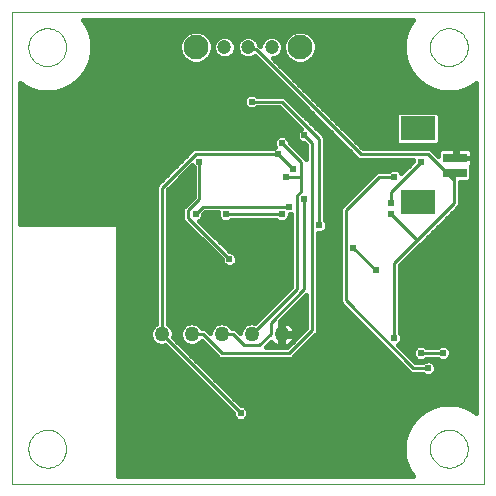
<source format=gbl>
G75*
%MOIN*%
%OFA0B0*%
%FSLAX24Y24*%
%IPPOS*%
%LPD*%
%AMOC8*
5,1,8,0,0,1.08239X$1,22.5*
%
%ADD10C,0.0000*%
%ADD11C,0.0472*%
%ADD12C,0.0827*%
%ADD13C,0.0500*%
%ADD14R,0.0787X0.0315*%
%ADD15R,0.1181X0.0827*%
%ADD16C,0.0100*%
%ADD17C,0.0240*%
%ADD18C,0.0160*%
D10*
X001361Y001361D02*
X001361Y017109D01*
X017109Y017109D01*
X017109Y001361D01*
X001361Y001361D01*
X001912Y002542D02*
X001914Y002592D01*
X001920Y002642D01*
X001930Y002691D01*
X001944Y002739D01*
X001961Y002786D01*
X001982Y002831D01*
X002007Y002875D01*
X002035Y002916D01*
X002067Y002955D01*
X002101Y002992D01*
X002138Y003026D01*
X002178Y003056D01*
X002220Y003083D01*
X002264Y003107D01*
X002310Y003128D01*
X002357Y003144D01*
X002405Y003157D01*
X002455Y003166D01*
X002504Y003171D01*
X002555Y003172D01*
X002605Y003169D01*
X002654Y003162D01*
X002703Y003151D01*
X002751Y003136D01*
X002797Y003118D01*
X002842Y003096D01*
X002885Y003070D01*
X002926Y003041D01*
X002965Y003009D01*
X003001Y002974D01*
X003033Y002936D01*
X003063Y002896D01*
X003090Y002853D01*
X003113Y002809D01*
X003132Y002763D01*
X003148Y002715D01*
X003160Y002666D01*
X003168Y002617D01*
X003172Y002567D01*
X003172Y002517D01*
X003168Y002467D01*
X003160Y002418D01*
X003148Y002369D01*
X003132Y002321D01*
X003113Y002275D01*
X003090Y002231D01*
X003063Y002188D01*
X003033Y002148D01*
X003001Y002110D01*
X002965Y002075D01*
X002926Y002043D01*
X002885Y002014D01*
X002842Y001988D01*
X002797Y001966D01*
X002751Y001948D01*
X002703Y001933D01*
X002654Y001922D01*
X002605Y001915D01*
X002555Y001912D01*
X002504Y001913D01*
X002455Y001918D01*
X002405Y001927D01*
X002357Y001940D01*
X002310Y001956D01*
X002264Y001977D01*
X002220Y002001D01*
X002178Y002028D01*
X002138Y002058D01*
X002101Y002092D01*
X002067Y002129D01*
X002035Y002168D01*
X002007Y002209D01*
X001982Y002253D01*
X001961Y002298D01*
X001944Y002345D01*
X001930Y002393D01*
X001920Y002442D01*
X001914Y002492D01*
X001912Y002542D01*
X001912Y015928D02*
X001914Y015978D01*
X001920Y016028D01*
X001930Y016077D01*
X001944Y016125D01*
X001961Y016172D01*
X001982Y016217D01*
X002007Y016261D01*
X002035Y016302D01*
X002067Y016341D01*
X002101Y016378D01*
X002138Y016412D01*
X002178Y016442D01*
X002220Y016469D01*
X002264Y016493D01*
X002310Y016514D01*
X002357Y016530D01*
X002405Y016543D01*
X002455Y016552D01*
X002504Y016557D01*
X002555Y016558D01*
X002605Y016555D01*
X002654Y016548D01*
X002703Y016537D01*
X002751Y016522D01*
X002797Y016504D01*
X002842Y016482D01*
X002885Y016456D01*
X002926Y016427D01*
X002965Y016395D01*
X003001Y016360D01*
X003033Y016322D01*
X003063Y016282D01*
X003090Y016239D01*
X003113Y016195D01*
X003132Y016149D01*
X003148Y016101D01*
X003160Y016052D01*
X003168Y016003D01*
X003172Y015953D01*
X003172Y015903D01*
X003168Y015853D01*
X003160Y015804D01*
X003148Y015755D01*
X003132Y015707D01*
X003113Y015661D01*
X003090Y015617D01*
X003063Y015574D01*
X003033Y015534D01*
X003001Y015496D01*
X002965Y015461D01*
X002926Y015429D01*
X002885Y015400D01*
X002842Y015374D01*
X002797Y015352D01*
X002751Y015334D01*
X002703Y015319D01*
X002654Y015308D01*
X002605Y015301D01*
X002555Y015298D01*
X002504Y015299D01*
X002455Y015304D01*
X002405Y015313D01*
X002357Y015326D01*
X002310Y015342D01*
X002264Y015363D01*
X002220Y015387D01*
X002178Y015414D01*
X002138Y015444D01*
X002101Y015478D01*
X002067Y015515D01*
X002035Y015554D01*
X002007Y015595D01*
X001982Y015639D01*
X001961Y015684D01*
X001944Y015731D01*
X001930Y015779D01*
X001920Y015828D01*
X001914Y015878D01*
X001912Y015928D01*
X015298Y015928D02*
X015300Y015978D01*
X015306Y016028D01*
X015316Y016077D01*
X015330Y016125D01*
X015347Y016172D01*
X015368Y016217D01*
X015393Y016261D01*
X015421Y016302D01*
X015453Y016341D01*
X015487Y016378D01*
X015524Y016412D01*
X015564Y016442D01*
X015606Y016469D01*
X015650Y016493D01*
X015696Y016514D01*
X015743Y016530D01*
X015791Y016543D01*
X015841Y016552D01*
X015890Y016557D01*
X015941Y016558D01*
X015991Y016555D01*
X016040Y016548D01*
X016089Y016537D01*
X016137Y016522D01*
X016183Y016504D01*
X016228Y016482D01*
X016271Y016456D01*
X016312Y016427D01*
X016351Y016395D01*
X016387Y016360D01*
X016419Y016322D01*
X016449Y016282D01*
X016476Y016239D01*
X016499Y016195D01*
X016518Y016149D01*
X016534Y016101D01*
X016546Y016052D01*
X016554Y016003D01*
X016558Y015953D01*
X016558Y015903D01*
X016554Y015853D01*
X016546Y015804D01*
X016534Y015755D01*
X016518Y015707D01*
X016499Y015661D01*
X016476Y015617D01*
X016449Y015574D01*
X016419Y015534D01*
X016387Y015496D01*
X016351Y015461D01*
X016312Y015429D01*
X016271Y015400D01*
X016228Y015374D01*
X016183Y015352D01*
X016137Y015334D01*
X016089Y015319D01*
X016040Y015308D01*
X015991Y015301D01*
X015941Y015298D01*
X015890Y015299D01*
X015841Y015304D01*
X015791Y015313D01*
X015743Y015326D01*
X015696Y015342D01*
X015650Y015363D01*
X015606Y015387D01*
X015564Y015414D01*
X015524Y015444D01*
X015487Y015478D01*
X015453Y015515D01*
X015421Y015554D01*
X015393Y015595D01*
X015368Y015639D01*
X015347Y015684D01*
X015330Y015731D01*
X015316Y015779D01*
X015306Y015828D01*
X015300Y015878D01*
X015298Y015928D01*
X015298Y002542D02*
X015300Y002592D01*
X015306Y002642D01*
X015316Y002691D01*
X015330Y002739D01*
X015347Y002786D01*
X015368Y002831D01*
X015393Y002875D01*
X015421Y002916D01*
X015453Y002955D01*
X015487Y002992D01*
X015524Y003026D01*
X015564Y003056D01*
X015606Y003083D01*
X015650Y003107D01*
X015696Y003128D01*
X015743Y003144D01*
X015791Y003157D01*
X015841Y003166D01*
X015890Y003171D01*
X015941Y003172D01*
X015991Y003169D01*
X016040Y003162D01*
X016089Y003151D01*
X016137Y003136D01*
X016183Y003118D01*
X016228Y003096D01*
X016271Y003070D01*
X016312Y003041D01*
X016351Y003009D01*
X016387Y002974D01*
X016419Y002936D01*
X016449Y002896D01*
X016476Y002853D01*
X016499Y002809D01*
X016518Y002763D01*
X016534Y002715D01*
X016546Y002666D01*
X016554Y002617D01*
X016558Y002567D01*
X016558Y002517D01*
X016554Y002467D01*
X016546Y002418D01*
X016534Y002369D01*
X016518Y002321D01*
X016499Y002275D01*
X016476Y002231D01*
X016449Y002188D01*
X016419Y002148D01*
X016387Y002110D01*
X016351Y002075D01*
X016312Y002043D01*
X016271Y002014D01*
X016228Y001988D01*
X016183Y001966D01*
X016137Y001948D01*
X016089Y001933D01*
X016040Y001922D01*
X015991Y001915D01*
X015941Y001912D01*
X015890Y001913D01*
X015841Y001918D01*
X015791Y001927D01*
X015743Y001940D01*
X015696Y001956D01*
X015650Y001977D01*
X015606Y002001D01*
X015564Y002028D01*
X015524Y002058D01*
X015487Y002092D01*
X015453Y002129D01*
X015421Y002168D01*
X015393Y002209D01*
X015368Y002253D01*
X015347Y002298D01*
X015330Y002345D01*
X015316Y002393D01*
X015306Y002442D01*
X015300Y002492D01*
X015298Y002542D01*
D11*
X010023Y015928D03*
X009235Y015928D03*
X008448Y015928D03*
D12*
X007503Y015928D03*
X010967Y015928D03*
D13*
X010361Y006361D03*
X009361Y006361D03*
X008361Y006361D03*
X007361Y006361D03*
X006361Y006361D03*
D14*
X016125Y011745D03*
X016125Y012237D03*
D15*
X014895Y013221D03*
X014895Y010761D03*
D16*
X013986Y010736D02*
X013986Y011111D01*
X014986Y012111D01*
X015236Y012361D02*
X016111Y011486D01*
X016111Y010736D01*
X014861Y009486D01*
X013986Y010361D01*
X014861Y009486D02*
X014111Y008736D01*
X014111Y006236D01*
X014986Y005736D02*
X015736Y005736D01*
X015236Y005236D02*
X014736Y005236D01*
X012486Y007486D01*
X012486Y010486D01*
X013611Y011611D01*
X014111Y011611D01*
X015236Y012361D02*
X012986Y012361D01*
X009486Y015861D01*
X009236Y015861D01*
X009235Y015928D01*
X009361Y014111D02*
X010361Y014111D01*
X011611Y012861D01*
X011611Y009986D01*
X011111Y010861D02*
X011111Y007861D01*
X009986Y006736D01*
X009986Y006361D01*
X009611Y005986D01*
X009111Y005986D01*
X008736Y006361D01*
X008361Y006361D01*
X008361Y005736D02*
X010611Y005736D01*
X011361Y006486D01*
X011361Y012736D01*
X011111Y012986D01*
X010361Y012736D02*
X010986Y012111D01*
X010986Y011611D01*
X010486Y011611D01*
X010736Y011861D02*
X010236Y012361D01*
X007486Y012361D01*
X006361Y011236D01*
X006361Y006361D01*
X008986Y003736D01*
X008361Y005736D02*
X007736Y006361D01*
X007361Y006361D01*
X009361Y006361D02*
X010861Y007861D01*
X010861Y010986D01*
X010986Y011111D01*
X010986Y011611D01*
X010611Y010611D02*
X007736Y010611D01*
X007486Y010361D01*
X007236Y010236D02*
X007236Y010486D01*
X007611Y010861D01*
X007611Y012111D01*
X007236Y010236D02*
X008611Y008861D01*
X008486Y010361D02*
X010361Y010361D01*
X012736Y009236D02*
X013486Y008486D01*
X010861Y006361D02*
X010361Y006361D01*
X016111Y011486D02*
X016111Y011736D01*
X016125Y011745D01*
X016125Y012237D02*
X016236Y012361D01*
X016236Y012611D01*
D17*
X016236Y012611D03*
X014986Y012111D03*
X014111Y011611D03*
X013986Y010736D03*
X013986Y010361D03*
X012736Y009236D03*
X013486Y008486D03*
X011611Y009986D03*
X011111Y010861D03*
X010611Y010611D03*
X010361Y010361D03*
X010486Y011611D03*
X010736Y011861D03*
X010236Y012361D03*
X010361Y012736D03*
X011111Y012986D03*
X009361Y014111D03*
X007611Y012111D03*
X007486Y010361D03*
X008486Y010361D03*
X008611Y008861D03*
X010861Y006361D03*
X008986Y003736D03*
X014111Y006236D03*
X014986Y005736D03*
X015236Y005236D03*
X015736Y005736D03*
D18*
X015558Y005546D02*
X015164Y005546D01*
X015133Y005516D01*
X015038Y005476D01*
X014934Y005476D01*
X014839Y005516D01*
X014766Y005589D01*
X014726Y005684D01*
X014726Y005788D01*
X014766Y005883D01*
X014839Y005957D01*
X014934Y005996D01*
X015038Y005996D01*
X015133Y005957D01*
X015164Y005926D01*
X015558Y005926D01*
X015589Y005957D01*
X015684Y005996D01*
X015788Y005996D01*
X015883Y005957D01*
X015957Y005883D01*
X015996Y005788D01*
X015996Y005684D01*
X015957Y005589D01*
X015883Y005516D01*
X015788Y005476D01*
X015684Y005476D01*
X015589Y005516D01*
X015558Y005546D01*
X015670Y005482D02*
X015322Y005482D01*
X015288Y005496D02*
X015184Y005496D01*
X015089Y005457D01*
X015058Y005426D01*
X014815Y005426D01*
X014235Y006006D01*
X014258Y006016D01*
X014332Y006089D01*
X014371Y006184D01*
X014371Y006288D01*
X014332Y006383D01*
X014301Y006414D01*
X014301Y008657D01*
X014940Y009296D01*
X015051Y009407D01*
X015051Y009407D01*
X016190Y010546D01*
X016301Y010657D01*
X016301Y011447D01*
X016577Y011447D01*
X016659Y011529D01*
X016659Y011960D01*
X016656Y011963D01*
X016663Y011969D01*
X016686Y012010D01*
X016699Y012056D01*
X016699Y012237D01*
X016125Y012237D01*
X016125Y012237D01*
X016699Y012237D01*
X016699Y012418D01*
X016686Y012464D01*
X016663Y012505D01*
X016629Y012539D01*
X016588Y012562D01*
X016542Y012575D01*
X016125Y012575D01*
X016125Y012237D01*
X016125Y012237D01*
X016125Y012575D01*
X015707Y012575D01*
X015662Y012562D01*
X015621Y012539D01*
X015587Y012505D01*
X015563Y012464D01*
X015551Y012418D01*
X015551Y012315D01*
X015315Y012551D01*
X013065Y012551D01*
X010064Y015552D01*
X010097Y015552D01*
X010236Y015609D01*
X010341Y015715D01*
X010399Y015853D01*
X010399Y016003D01*
X010341Y016141D01*
X010236Y016247D01*
X010097Y016304D01*
X009948Y016304D01*
X009809Y016247D01*
X009704Y016141D01*
X009646Y016003D01*
X009646Y015970D01*
X009610Y016006D01*
X009554Y016141D01*
X009448Y016247D01*
X009310Y016304D01*
X009160Y016304D01*
X009022Y016247D01*
X008916Y016141D01*
X008859Y016003D01*
X008859Y015853D01*
X008916Y015715D01*
X009022Y015609D01*
X009160Y015552D01*
X009310Y015552D01*
X009448Y015609D01*
X009459Y015620D01*
X012796Y012282D01*
X012907Y012171D01*
X014730Y012171D01*
X014726Y012163D01*
X014726Y012120D01*
X014341Y011735D01*
X014332Y011758D01*
X014258Y011832D01*
X014163Y011871D01*
X014059Y011871D01*
X013964Y011832D01*
X013933Y011801D01*
X013532Y011801D01*
X013421Y011690D01*
X012296Y010565D01*
X012296Y007407D01*
X012407Y007296D01*
X014657Y005046D01*
X015058Y005046D01*
X015089Y005016D01*
X015184Y004976D01*
X015288Y004976D01*
X015383Y005016D01*
X015457Y005089D01*
X015496Y005184D01*
X015496Y005288D01*
X015457Y005383D01*
X015383Y005457D01*
X015288Y005496D01*
X015151Y005482D02*
X015052Y005482D01*
X014920Y005482D02*
X014759Y005482D01*
X014744Y005641D02*
X014600Y005641D01*
X014731Y005799D02*
X014442Y005799D01*
X014283Y005958D02*
X014841Y005958D01*
X015131Y005958D02*
X015591Y005958D01*
X015881Y005958D02*
X016829Y005958D01*
X016829Y006116D02*
X014343Y006116D01*
X014371Y006275D02*
X016829Y006275D01*
X016829Y006433D02*
X014301Y006433D01*
X014301Y006592D02*
X016829Y006592D01*
X016829Y006750D02*
X014301Y006750D01*
X014301Y006909D02*
X016829Y006909D01*
X016829Y007067D02*
X014301Y007067D01*
X014301Y007226D02*
X016829Y007226D01*
X016829Y007384D02*
X014301Y007384D01*
X014301Y007543D02*
X016829Y007543D01*
X016829Y007701D02*
X014301Y007701D01*
X014301Y007860D02*
X016829Y007860D01*
X016829Y008018D02*
X014301Y008018D01*
X014301Y008177D02*
X016829Y008177D01*
X016829Y008335D02*
X014301Y008335D01*
X014301Y008494D02*
X016829Y008494D01*
X016829Y008652D02*
X014301Y008652D01*
X014454Y008811D02*
X016829Y008811D01*
X016829Y008969D02*
X014613Y008969D01*
X014771Y009128D02*
X016829Y009128D01*
X016829Y009286D02*
X014930Y009286D01*
X015088Y009445D02*
X016829Y009445D01*
X016829Y009603D02*
X015247Y009603D01*
X015405Y009762D02*
X016829Y009762D01*
X016829Y009920D02*
X015564Y009920D01*
X015722Y010079D02*
X016829Y010079D01*
X016829Y010237D02*
X015881Y010237D01*
X016039Y010396D02*
X016829Y010396D01*
X016829Y010554D02*
X016198Y010554D01*
X016301Y010713D02*
X016829Y010713D01*
X016829Y010871D02*
X016301Y010871D01*
X016301Y011030D02*
X016829Y011030D01*
X016829Y011188D02*
X016301Y011188D01*
X016301Y011347D02*
X016829Y011347D01*
X016829Y011505D02*
X016634Y011505D01*
X016659Y011664D02*
X016829Y011664D01*
X016829Y011822D02*
X016659Y011822D01*
X016669Y011981D02*
X016829Y011981D01*
X016829Y012139D02*
X016699Y012139D01*
X016699Y012298D02*
X016829Y012298D01*
X016829Y012456D02*
X016688Y012456D01*
X016829Y012615D02*
X013001Y012615D01*
X012843Y012773D02*
X014164Y012773D01*
X014164Y012750D02*
X014246Y012668D01*
X015543Y012668D01*
X015625Y012750D01*
X015625Y013693D01*
X015543Y013775D01*
X014246Y013775D01*
X014164Y013693D01*
X014164Y012750D01*
X014164Y012932D02*
X012684Y012932D01*
X012526Y013090D02*
X014164Y013090D01*
X014164Y013249D02*
X012367Y013249D01*
X012209Y013407D02*
X014164Y013407D01*
X014164Y013566D02*
X012050Y013566D01*
X011892Y013724D02*
X014195Y013724D01*
X014972Y014757D02*
X014982Y014757D01*
X015071Y014691D01*
X015073Y014681D01*
X015113Y014659D01*
X015148Y014632D01*
X015159Y014634D01*
X015255Y014581D01*
X015260Y014572D01*
X015301Y014556D01*
X015341Y014535D01*
X015351Y014538D01*
X015454Y014499D01*
X015460Y014490D01*
X015503Y014481D01*
X015545Y014465D01*
X015554Y014470D01*
X015662Y014446D01*
X015669Y014438D01*
X015713Y014435D01*
X015757Y014426D01*
X015766Y014431D01*
X015876Y014423D01*
X015884Y014417D01*
X015928Y014420D01*
X015972Y014417D01*
X015980Y014423D01*
X016090Y014431D01*
X016099Y014426D01*
X016143Y014435D01*
X016187Y014438D01*
X016194Y014446D01*
X016302Y014470D01*
X016311Y014465D01*
X016353Y014481D01*
X016396Y014490D01*
X016402Y014499D01*
X016505Y014538D01*
X016515Y014535D01*
X016555Y014556D01*
X016596Y014572D01*
X016601Y014581D01*
X016697Y014634D01*
X016708Y014632D01*
X016743Y014659D01*
X016783Y014681D01*
X016786Y014691D01*
X016829Y014723D01*
X016829Y003747D01*
X016786Y003780D01*
X016783Y003790D01*
X016743Y003811D01*
X016708Y003838D01*
X016697Y003836D01*
X016601Y003889D01*
X016596Y003899D01*
X016555Y003914D01*
X016515Y003936D01*
X016505Y003933D01*
X016402Y003971D01*
X016396Y003980D01*
X016353Y003989D01*
X016311Y004005D01*
X016302Y004001D01*
X016194Y004024D01*
X016187Y004032D01*
X016143Y004035D01*
X016099Y004045D01*
X016090Y004039D01*
X015980Y004047D01*
X015972Y004054D01*
X015928Y004050D01*
X015884Y004054D01*
X015876Y004047D01*
X015766Y004039D01*
X015757Y004045D01*
X015713Y004035D01*
X015669Y004032D01*
X015662Y004024D01*
X015554Y004001D01*
X015545Y004005D01*
X015503Y003989D01*
X015460Y003980D01*
X015454Y003971D01*
X015351Y003933D01*
X015341Y003936D01*
X015301Y003914D01*
X015260Y003899D01*
X015255Y003889D01*
X015159Y003836D01*
X015148Y003838D01*
X015113Y003811D01*
X015073Y003790D01*
X015071Y003780D01*
X014982Y003714D01*
X014972Y003714D01*
X014940Y003682D01*
X014905Y003655D01*
X014903Y003645D01*
X014825Y003567D01*
X014815Y003566D01*
X014788Y003530D01*
X014757Y003498D01*
X014757Y003488D01*
X014691Y003400D01*
X014681Y003397D01*
X014659Y003358D01*
X014632Y003322D01*
X014634Y003312D01*
X014581Y003215D01*
X014572Y003211D01*
X014556Y003169D01*
X014535Y003130D01*
X014538Y003120D01*
X014499Y003016D01*
X014490Y003011D01*
X014481Y002967D01*
X014465Y002925D01*
X014470Y002916D01*
X014446Y002808D01*
X014438Y002801D01*
X014435Y002757D01*
X014426Y002713D01*
X014431Y002704D01*
X014423Y002595D01*
X014417Y002587D01*
X014420Y002542D01*
X014417Y002498D01*
X014423Y002490D01*
X014431Y002380D01*
X014426Y002371D01*
X014435Y002328D01*
X014438Y002283D01*
X014446Y002276D01*
X014470Y002169D01*
X014465Y002159D01*
X014481Y002117D01*
X014490Y002074D01*
X014499Y002068D01*
X014538Y001965D01*
X014535Y001955D01*
X014556Y001916D01*
X014572Y001874D01*
X014581Y001870D01*
X014634Y001773D01*
X014632Y001762D01*
X014659Y001727D01*
X014681Y001688D01*
X014691Y001685D01*
X014723Y001641D01*
X004904Y001641D01*
X004904Y010023D01*
X001641Y010023D01*
X001641Y014723D01*
X001685Y014691D01*
X001688Y014681D01*
X001727Y014659D01*
X001762Y014632D01*
X001773Y014634D01*
X001870Y014581D01*
X001874Y014572D01*
X001916Y014556D01*
X001955Y014535D01*
X001965Y014538D01*
X002068Y014499D01*
X002074Y014490D01*
X002117Y014481D01*
X002159Y014465D01*
X002169Y014470D01*
X002276Y014446D01*
X002283Y014438D01*
X002328Y014435D01*
X002371Y014426D01*
X002380Y014431D01*
X002490Y014423D01*
X002498Y014417D01*
X002542Y014420D01*
X002587Y014417D01*
X002595Y014423D01*
X002704Y014431D01*
X002713Y014426D01*
X002757Y014435D01*
X002801Y014438D01*
X002808Y014446D01*
X002916Y014470D01*
X002925Y014465D01*
X002967Y014481D01*
X003011Y014490D01*
X003016Y014499D01*
X003120Y014538D01*
X003130Y014535D01*
X003169Y014556D01*
X003211Y014572D01*
X003215Y014581D01*
X003312Y014634D01*
X003322Y014632D01*
X003358Y014659D01*
X003397Y014681D01*
X003400Y014691D01*
X003488Y014757D01*
X003498Y014757D01*
X003530Y014788D01*
X003566Y014815D01*
X003567Y014825D01*
X003645Y014903D01*
X003655Y014905D01*
X003682Y014940D01*
X003714Y014972D01*
X003714Y014982D01*
X003780Y015071D01*
X003790Y015073D01*
X003811Y015113D01*
X003838Y015148D01*
X003836Y015159D01*
X003889Y015255D01*
X003899Y015260D01*
X003914Y015301D01*
X003936Y015341D01*
X003933Y015351D01*
X003971Y015454D01*
X003980Y015460D01*
X003989Y015503D01*
X004005Y015545D01*
X004001Y015554D01*
X004024Y015662D01*
X004032Y015669D01*
X004035Y015713D01*
X004045Y015757D01*
X004039Y015766D01*
X004047Y015876D01*
X004054Y015884D01*
X004050Y015928D01*
X004054Y015972D01*
X004047Y015980D01*
X004039Y016090D01*
X004045Y016099D01*
X004035Y016143D01*
X004032Y016187D01*
X004024Y016194D01*
X004001Y016302D01*
X004005Y016311D01*
X003989Y016353D01*
X003980Y016396D01*
X003971Y016402D01*
X003933Y016505D01*
X003936Y016515D01*
X003914Y016555D01*
X003899Y016596D01*
X003889Y016601D01*
X003836Y016697D01*
X003838Y016708D01*
X003811Y016743D01*
X003790Y016783D01*
X003780Y016786D01*
X003747Y016829D01*
X014723Y016829D01*
X014691Y016786D01*
X014681Y016783D01*
X014659Y016743D01*
X014632Y016708D01*
X014634Y016697D01*
X014581Y016601D01*
X014572Y016596D01*
X014556Y016555D01*
X014535Y016515D01*
X014538Y016505D01*
X014499Y016402D01*
X014490Y016396D01*
X014481Y016353D01*
X014465Y016311D01*
X014470Y016302D01*
X014446Y016194D01*
X014438Y016187D01*
X014435Y016143D01*
X014426Y016099D01*
X014431Y016090D01*
X014423Y015980D01*
X014417Y015972D01*
X014420Y015928D01*
X014417Y015884D01*
X014423Y015876D01*
X014431Y015766D01*
X014426Y015757D01*
X014435Y015713D01*
X014438Y015669D01*
X014446Y015662D01*
X014470Y015554D01*
X014465Y015545D01*
X014481Y015503D01*
X014490Y015460D01*
X014499Y015454D01*
X014538Y015351D01*
X014535Y015341D01*
X014556Y015301D01*
X014572Y015260D01*
X014581Y015255D01*
X014634Y015159D01*
X014632Y015148D01*
X014659Y015113D01*
X014681Y015073D01*
X014691Y015071D01*
X014757Y014982D01*
X014757Y014972D01*
X014788Y014940D01*
X014815Y014905D01*
X014825Y014903D01*
X014903Y014825D01*
X014905Y014815D01*
X014940Y014788D01*
X014972Y014757D01*
X014895Y014834D02*
X010782Y014834D01*
X010624Y014992D02*
X014749Y014992D01*
X014633Y015151D02*
X010465Y015151D01*
X010307Y015309D02*
X014552Y015309D01*
X014489Y015468D02*
X011290Y015468D01*
X011281Y015459D02*
X011437Y015615D01*
X011521Y015818D01*
X011521Y016038D01*
X011437Y016241D01*
X011281Y016397D01*
X011077Y016481D01*
X010857Y016481D01*
X010654Y016397D01*
X010498Y016241D01*
X010414Y016038D01*
X010414Y015818D01*
X010498Y015615D01*
X010654Y015459D01*
X010857Y015375D01*
X011077Y015375D01*
X011281Y015459D01*
X011441Y015626D02*
X014454Y015626D01*
X014430Y015785D02*
X011507Y015785D01*
X011521Y015943D02*
X014419Y015943D01*
X014426Y016102D02*
X011494Y016102D01*
X011418Y016260D02*
X014461Y016260D01*
X014505Y016419D02*
X011229Y016419D01*
X010706Y016419D02*
X007764Y016419D01*
X007816Y016397D02*
X007613Y016481D01*
X007393Y016481D01*
X007189Y016397D01*
X007034Y016241D01*
X006949Y016038D01*
X006949Y015818D01*
X007034Y015615D01*
X007189Y015459D01*
X007393Y015375D01*
X007613Y015375D01*
X007816Y015459D01*
X007972Y015615D01*
X008056Y015818D01*
X008056Y016038D01*
X007972Y016241D01*
X007816Y016397D01*
X007953Y016260D02*
X008266Y016260D01*
X008235Y016247D02*
X008129Y016141D01*
X008071Y016003D01*
X008071Y015853D01*
X008129Y015715D01*
X008235Y015609D01*
X008373Y015552D01*
X008523Y015552D01*
X008661Y015609D01*
X008767Y015715D01*
X008824Y015853D01*
X008824Y016003D01*
X008767Y016141D01*
X008661Y016247D01*
X008523Y016304D01*
X008373Y016304D01*
X008235Y016247D01*
X008112Y016102D02*
X008030Y016102D01*
X008056Y015943D02*
X008071Y015943D01*
X008042Y015785D02*
X008100Y015785D01*
X008218Y015626D02*
X007977Y015626D01*
X007825Y015468D02*
X009611Y015468D01*
X009769Y015309D02*
X003918Y015309D01*
X003982Y015468D02*
X007181Y015468D01*
X007029Y015626D02*
X004016Y015626D01*
X004040Y015785D02*
X006963Y015785D01*
X006949Y015943D02*
X004052Y015943D01*
X004044Y016102D02*
X006976Y016102D01*
X007052Y016260D02*
X004010Y016260D01*
X003965Y016419D02*
X007241Y016419D01*
X008629Y016260D02*
X009054Y016260D01*
X008900Y016102D02*
X008783Y016102D01*
X008824Y015943D02*
X008859Y015943D01*
X008887Y015785D02*
X008796Y015785D01*
X008678Y015626D02*
X009005Y015626D01*
X009570Y016102D02*
X009687Y016102D01*
X009841Y016260D02*
X009416Y016260D01*
X010148Y015468D02*
X010645Y015468D01*
X010493Y015626D02*
X010253Y015626D01*
X010370Y015785D02*
X010428Y015785D01*
X010414Y015943D02*
X010399Y015943D01*
X010358Y016102D02*
X010440Y016102D01*
X010517Y016260D02*
X010204Y016260D01*
X009928Y015151D02*
X003837Y015151D01*
X003721Y014992D02*
X010086Y014992D01*
X010245Y014834D02*
X003575Y014834D01*
X003387Y014675D02*
X010403Y014675D01*
X010562Y014517D02*
X003063Y014517D01*
X002021Y014517D02*
X001641Y014517D01*
X001641Y014675D02*
X001698Y014675D01*
X001641Y014358D02*
X009278Y014358D01*
X009309Y014371D02*
X009214Y014332D01*
X009141Y014258D01*
X009101Y014163D01*
X009101Y014059D01*
X009141Y013964D01*
X009214Y013891D01*
X009309Y013851D01*
X009413Y013851D01*
X009508Y013891D01*
X009539Y013921D01*
X010282Y013921D01*
X010987Y013216D01*
X010964Y013207D01*
X010891Y013133D01*
X010851Y013038D01*
X010851Y012934D01*
X010891Y012839D01*
X010964Y012766D01*
X011059Y012726D01*
X011102Y012726D01*
X011171Y012657D01*
X011171Y012195D01*
X011065Y012301D01*
X010621Y012745D01*
X010621Y012788D01*
X010582Y012883D01*
X010508Y012957D01*
X010413Y012996D01*
X010309Y012996D01*
X010214Y012957D01*
X010141Y012883D01*
X010101Y012788D01*
X010101Y012684D01*
X010136Y012601D01*
X010089Y012582D01*
X010058Y012551D01*
X007407Y012551D01*
X006282Y011426D01*
X006171Y011315D01*
X006171Y006705D01*
X006140Y006692D01*
X006030Y006582D01*
X005971Y006439D01*
X005971Y006284D01*
X006030Y006140D01*
X006140Y006030D01*
X006284Y005971D01*
X006439Y005971D01*
X006470Y005984D01*
X008726Y003727D01*
X008726Y003684D01*
X008766Y003589D01*
X008839Y003516D01*
X008934Y003476D01*
X009038Y003476D01*
X009133Y003516D01*
X009207Y003589D01*
X009246Y003684D01*
X009246Y003788D01*
X009207Y003883D01*
X009133Y003957D01*
X009038Y003996D01*
X008995Y003996D01*
X006738Y006253D01*
X006751Y006284D01*
X006751Y006439D01*
X006692Y006582D01*
X006582Y006692D01*
X006551Y006705D01*
X006551Y011157D01*
X007381Y011987D01*
X007391Y011964D01*
X007421Y011933D01*
X007421Y010940D01*
X007157Y010676D01*
X007046Y010565D01*
X007046Y010157D01*
X008351Y008852D01*
X008351Y008809D01*
X008391Y008714D01*
X008464Y008641D01*
X008559Y008601D01*
X008663Y008601D01*
X008758Y008641D01*
X008832Y008714D01*
X008871Y008809D01*
X008871Y008913D01*
X008832Y009008D01*
X008758Y009082D01*
X008663Y009121D01*
X008620Y009121D01*
X007610Y010131D01*
X007633Y010141D01*
X007707Y010214D01*
X007746Y010309D01*
X007746Y010352D01*
X007815Y010421D01*
X008230Y010421D01*
X008226Y010413D01*
X008226Y010309D01*
X008266Y010214D01*
X008339Y010141D01*
X008434Y010101D01*
X008538Y010101D01*
X008633Y010141D01*
X008664Y010171D01*
X010183Y010171D01*
X010214Y010141D01*
X010309Y010101D01*
X010413Y010101D01*
X010508Y010141D01*
X010582Y010214D01*
X010621Y010309D01*
X010621Y010351D01*
X010663Y010351D01*
X010671Y010355D01*
X010671Y007940D01*
X009470Y006738D01*
X009439Y006751D01*
X009284Y006751D01*
X009140Y006692D01*
X009030Y006582D01*
X008971Y006439D01*
X008971Y006395D01*
X008815Y006551D01*
X008705Y006551D01*
X008692Y006582D01*
X008582Y006692D01*
X008439Y006751D01*
X008284Y006751D01*
X008140Y006692D01*
X008030Y006582D01*
X007971Y006439D01*
X007971Y006395D01*
X007815Y006551D01*
X007705Y006551D01*
X007692Y006582D01*
X007582Y006692D01*
X007439Y006751D01*
X007284Y006751D01*
X007140Y006692D01*
X007030Y006582D01*
X006971Y006439D01*
X006971Y006284D01*
X007030Y006140D01*
X007140Y006030D01*
X007284Y005971D01*
X007439Y005971D01*
X007582Y006030D01*
X007690Y006138D01*
X008171Y005657D01*
X008282Y005546D01*
X010690Y005546D01*
X010801Y005657D01*
X010801Y005657D01*
X011440Y006296D01*
X011551Y006407D01*
X011551Y009730D01*
X011559Y009726D01*
X011663Y009726D01*
X011758Y009766D01*
X011832Y009839D01*
X011871Y009934D01*
X011871Y010038D01*
X011832Y010133D01*
X011801Y010164D01*
X011801Y012940D01*
X011690Y013051D01*
X010440Y014301D01*
X009539Y014301D01*
X009508Y014332D01*
X009413Y014371D01*
X009309Y014371D01*
X009444Y014358D02*
X010720Y014358D01*
X010879Y014200D02*
X010541Y014200D01*
X010700Y014041D02*
X011037Y014041D01*
X011196Y013883D02*
X010858Y013883D01*
X011017Y013724D02*
X011354Y013724D01*
X011513Y013566D02*
X011175Y013566D01*
X011334Y013407D02*
X011671Y013407D01*
X011830Y013249D02*
X011492Y013249D01*
X011651Y013090D02*
X011988Y013090D01*
X012147Y012932D02*
X011801Y012932D01*
X011801Y012773D02*
X012305Y012773D01*
X012464Y012615D02*
X011801Y012615D01*
X011801Y012456D02*
X012622Y012456D01*
X012781Y012298D02*
X011801Y012298D01*
X011801Y012139D02*
X014726Y012139D01*
X014587Y011981D02*
X011801Y011981D01*
X011801Y011822D02*
X013954Y011822D01*
X014268Y011822D02*
X014428Y011822D01*
X015410Y012456D02*
X015561Y012456D01*
X015625Y012773D02*
X016829Y012773D01*
X016829Y012932D02*
X015625Y012932D01*
X015625Y013090D02*
X016829Y013090D01*
X016829Y013249D02*
X015625Y013249D01*
X015625Y013407D02*
X016829Y013407D01*
X016829Y013566D02*
X015625Y013566D01*
X015594Y013724D02*
X016829Y013724D01*
X016829Y013883D02*
X011733Y013883D01*
X011575Y014041D02*
X016829Y014041D01*
X016829Y014200D02*
X011416Y014200D01*
X011258Y014358D02*
X016829Y014358D01*
X016829Y014517D02*
X016449Y014517D01*
X016773Y014675D02*
X016829Y014675D01*
X015407Y014517D02*
X011099Y014517D01*
X010941Y014675D02*
X015083Y014675D01*
X014564Y016577D02*
X003906Y016577D01*
X003817Y016736D02*
X014653Y016736D01*
X010955Y013249D02*
X001641Y013249D01*
X001641Y013407D02*
X010796Y013407D01*
X010638Y013566D02*
X001641Y013566D01*
X001641Y013724D02*
X010479Y013724D01*
X010321Y013883D02*
X009489Y013883D01*
X009233Y013883D02*
X001641Y013883D01*
X001641Y014041D02*
X009109Y014041D01*
X009116Y014200D02*
X001641Y014200D01*
X001641Y013090D02*
X010873Y013090D01*
X010852Y012932D02*
X010533Y012932D01*
X010621Y012773D02*
X010956Y012773D01*
X010751Y012615D02*
X011171Y012615D01*
X011171Y012456D02*
X010910Y012456D01*
X011068Y012298D02*
X011171Y012298D01*
X011801Y011664D02*
X013395Y011664D01*
X013236Y011505D02*
X011801Y011505D01*
X011801Y011347D02*
X013078Y011347D01*
X012919Y011188D02*
X011801Y011188D01*
X011801Y011030D02*
X012761Y011030D01*
X012602Y010871D02*
X011801Y010871D01*
X011801Y010713D02*
X012444Y010713D01*
X012296Y010554D02*
X011801Y010554D01*
X011801Y010396D02*
X012296Y010396D01*
X012296Y010237D02*
X011801Y010237D01*
X011854Y010079D02*
X012296Y010079D01*
X012296Y009920D02*
X011865Y009920D01*
X011749Y009762D02*
X012296Y009762D01*
X012296Y009603D02*
X011551Y009603D01*
X011551Y009445D02*
X012296Y009445D01*
X012296Y009286D02*
X011551Y009286D01*
X011551Y009128D02*
X012296Y009128D01*
X012296Y008969D02*
X011551Y008969D01*
X011551Y008811D02*
X012296Y008811D01*
X012296Y008652D02*
X011551Y008652D01*
X011551Y008494D02*
X012296Y008494D01*
X012296Y008335D02*
X011551Y008335D01*
X011551Y008177D02*
X012296Y008177D01*
X012296Y008018D02*
X011551Y008018D01*
X011551Y007860D02*
X012296Y007860D01*
X012296Y007701D02*
X011551Y007701D01*
X011551Y007543D02*
X012296Y007543D01*
X012319Y007384D02*
X011551Y007384D01*
X011551Y007226D02*
X012478Y007226D01*
X012636Y007067D02*
X011551Y007067D01*
X011551Y006909D02*
X012795Y006909D01*
X012953Y006750D02*
X011551Y006750D01*
X011551Y006592D02*
X013112Y006592D01*
X013270Y006433D02*
X011551Y006433D01*
X011440Y006296D02*
X011440Y006296D01*
X011418Y006275D02*
X013429Y006275D01*
X013587Y006116D02*
X011260Y006116D01*
X011101Y005958D02*
X013746Y005958D01*
X013904Y005799D02*
X010943Y005799D01*
X010784Y005641D02*
X014063Y005641D01*
X014221Y005482D02*
X007509Y005482D01*
X007667Y005324D02*
X014380Y005324D01*
X014538Y005165D02*
X007826Y005165D01*
X007984Y005007D02*
X015111Y005007D01*
X015361Y005007D02*
X016829Y005007D01*
X016829Y005165D02*
X015488Y005165D01*
X015481Y005324D02*
X016829Y005324D01*
X016829Y005482D02*
X015802Y005482D01*
X015978Y005641D02*
X016829Y005641D01*
X016829Y005799D02*
X015991Y005799D01*
X016829Y004848D02*
X008143Y004848D01*
X008301Y004690D02*
X016829Y004690D01*
X016829Y004531D02*
X008460Y004531D01*
X008618Y004373D02*
X016829Y004373D01*
X016829Y004214D02*
X008777Y004214D01*
X008935Y004056D02*
X016829Y004056D01*
X016829Y003897D02*
X016597Y003897D01*
X015259Y003897D02*
X009193Y003897D01*
X009246Y003739D02*
X015016Y003739D01*
X014838Y003580D02*
X009198Y003580D01*
X008774Y003580D02*
X004904Y003580D01*
X004904Y003422D02*
X014707Y003422D01*
X014608Y003263D02*
X004904Y003263D01*
X004904Y003105D02*
X014532Y003105D01*
X014473Y002946D02*
X004904Y002946D01*
X004904Y002788D02*
X014437Y002788D01*
X014426Y002629D02*
X004904Y002629D01*
X004904Y002471D02*
X014425Y002471D01*
X014436Y002312D02*
X004904Y002312D01*
X004904Y002154D02*
X014467Y002154D01*
X014526Y001995D02*
X004904Y001995D01*
X004904Y001837D02*
X014599Y001837D01*
X014696Y001678D02*
X004904Y001678D01*
X004904Y003739D02*
X008715Y003739D01*
X008556Y003897D02*
X004904Y003897D01*
X004904Y004056D02*
X008398Y004056D01*
X008239Y004214D02*
X004904Y004214D01*
X004904Y004373D02*
X008081Y004373D01*
X007922Y004531D02*
X004904Y004531D01*
X004904Y004690D02*
X007764Y004690D01*
X007605Y004848D02*
X004904Y004848D01*
X004904Y005007D02*
X007447Y005007D01*
X007288Y005165D02*
X004904Y005165D01*
X004904Y005324D02*
X007130Y005324D01*
X006971Y005482D02*
X004904Y005482D01*
X004904Y005641D02*
X006813Y005641D01*
X006654Y005799D02*
X004904Y005799D01*
X004904Y005958D02*
X006496Y005958D01*
X006747Y006275D02*
X006975Y006275D01*
X006971Y006433D02*
X006751Y006433D01*
X006682Y006592D02*
X007040Y006592D01*
X007281Y006750D02*
X006551Y006750D01*
X006551Y006909D02*
X009640Y006909D01*
X009798Y007067D02*
X006551Y007067D01*
X006551Y007226D02*
X009957Y007226D01*
X010115Y007384D02*
X006551Y007384D01*
X006551Y007543D02*
X010274Y007543D01*
X010432Y007701D02*
X006551Y007701D01*
X006551Y007860D02*
X010591Y007860D01*
X010671Y008018D02*
X006551Y008018D01*
X006551Y008177D02*
X010671Y008177D01*
X010671Y008335D02*
X006551Y008335D01*
X006551Y008494D02*
X010671Y008494D01*
X010671Y008652D02*
X008770Y008652D01*
X008871Y008811D02*
X010671Y008811D01*
X010671Y008969D02*
X008848Y008969D01*
X008613Y009128D02*
X010671Y009128D01*
X010671Y009286D02*
X008455Y009286D01*
X008296Y009445D02*
X010671Y009445D01*
X010671Y009603D02*
X008138Y009603D01*
X007979Y009762D02*
X010671Y009762D01*
X010671Y009920D02*
X007821Y009920D01*
X007662Y010079D02*
X010671Y010079D01*
X010671Y010237D02*
X010591Y010237D01*
X010130Y012615D02*
X001641Y012615D01*
X001641Y012773D02*
X010101Y012773D01*
X010189Y012932D02*
X001641Y012932D01*
X001641Y012456D02*
X007312Y012456D01*
X007154Y012298D02*
X001641Y012298D01*
X001641Y012139D02*
X006995Y012139D01*
X006837Y011981D02*
X001641Y011981D01*
X001641Y011822D02*
X006678Y011822D01*
X006520Y011664D02*
X001641Y011664D01*
X001641Y011505D02*
X006361Y011505D01*
X006203Y011347D02*
X001641Y011347D01*
X001641Y011188D02*
X006171Y011188D01*
X006171Y011030D02*
X001641Y011030D01*
X001641Y010871D02*
X006171Y010871D01*
X006171Y010713D02*
X001641Y010713D01*
X001641Y010554D02*
X006171Y010554D01*
X006171Y010396D02*
X001641Y010396D01*
X001641Y010237D02*
X006171Y010237D01*
X006171Y010079D02*
X001641Y010079D01*
X004904Y009920D02*
X006171Y009920D01*
X006171Y009762D02*
X004904Y009762D01*
X004904Y009603D02*
X006171Y009603D01*
X006171Y009445D02*
X004904Y009445D01*
X004904Y009286D02*
X006171Y009286D01*
X006171Y009128D02*
X004904Y009128D01*
X004904Y008969D02*
X006171Y008969D01*
X006171Y008811D02*
X004904Y008811D01*
X004904Y008652D02*
X006171Y008652D01*
X006171Y008494D02*
X004904Y008494D01*
X004904Y008335D02*
X006171Y008335D01*
X006171Y008177D02*
X004904Y008177D01*
X004904Y008018D02*
X006171Y008018D01*
X006171Y007860D02*
X004904Y007860D01*
X004904Y007701D02*
X006171Y007701D01*
X006171Y007543D02*
X004904Y007543D01*
X004904Y007384D02*
X006171Y007384D01*
X006171Y007226D02*
X004904Y007226D01*
X004904Y007067D02*
X006171Y007067D01*
X006171Y006909D02*
X004904Y006909D01*
X004904Y006750D02*
X006171Y006750D01*
X006040Y006592D02*
X004904Y006592D01*
X004904Y006433D02*
X005971Y006433D01*
X005975Y006275D02*
X004904Y006275D01*
X004904Y006116D02*
X006055Y006116D01*
X006875Y006116D02*
X007055Y006116D01*
X007033Y005958D02*
X007871Y005958D01*
X007712Y006116D02*
X007668Y006116D01*
X007933Y006433D02*
X007971Y006433D01*
X008040Y006592D02*
X007682Y006592D01*
X007441Y006750D02*
X008281Y006750D01*
X008441Y006750D02*
X009281Y006750D01*
X009441Y006750D02*
X009481Y006750D01*
X009040Y006592D02*
X008682Y006592D01*
X008933Y006433D02*
X008971Y006433D01*
X008188Y005641D02*
X007350Y005641D01*
X007192Y005799D02*
X008029Y005799D01*
X009820Y005926D02*
X010009Y006115D01*
X010033Y006081D01*
X010081Y006033D01*
X010136Y005993D01*
X010196Y005963D01*
X010260Y005942D01*
X010316Y005933D01*
X010316Y006316D01*
X010406Y006316D01*
X010406Y005933D01*
X010462Y005942D01*
X010526Y005963D01*
X010586Y005993D01*
X010635Y006028D01*
X010532Y005926D01*
X009820Y005926D01*
X009851Y005958D02*
X010211Y005958D01*
X010316Y005958D02*
X010406Y005958D01*
X010511Y005958D02*
X010564Y005958D01*
X010694Y006088D02*
X010729Y006136D01*
X010760Y006196D01*
X010781Y006260D01*
X010789Y006316D01*
X010406Y006316D01*
X010406Y006406D01*
X010316Y006406D01*
X010316Y006789D01*
X010307Y006788D01*
X011171Y007652D01*
X011171Y006565D01*
X010694Y006088D01*
X010715Y006116D02*
X010722Y006116D01*
X010783Y006275D02*
X010881Y006275D01*
X010789Y006406D02*
X010781Y006462D01*
X010760Y006526D01*
X010729Y006586D01*
X010689Y006641D01*
X010641Y006689D01*
X010586Y006729D01*
X010526Y006760D01*
X010462Y006781D01*
X010406Y006789D01*
X010406Y006406D01*
X010789Y006406D01*
X010785Y006433D02*
X011039Y006433D01*
X011171Y006592D02*
X010725Y006592D01*
X010545Y006750D02*
X011171Y006750D01*
X011171Y006909D02*
X010427Y006909D01*
X010406Y006750D02*
X010316Y006750D01*
X010316Y006592D02*
X010406Y006592D01*
X010406Y006433D02*
X010316Y006433D01*
X010316Y006275D02*
X010406Y006275D01*
X010406Y006116D02*
X010316Y006116D01*
X010586Y007067D02*
X011171Y007067D01*
X011171Y007226D02*
X010744Y007226D01*
X010903Y007384D02*
X011171Y007384D01*
X011171Y007543D02*
X011061Y007543D01*
X008452Y008652D02*
X006551Y008652D01*
X006551Y008811D02*
X008351Y008811D01*
X008234Y008969D02*
X006551Y008969D01*
X006551Y009128D02*
X008076Y009128D01*
X007917Y009286D02*
X006551Y009286D01*
X006551Y009445D02*
X007759Y009445D01*
X007600Y009603D02*
X006551Y009603D01*
X006551Y009762D02*
X007442Y009762D01*
X007283Y009920D02*
X006551Y009920D01*
X006551Y010079D02*
X007125Y010079D01*
X007046Y010237D02*
X006551Y010237D01*
X006551Y010396D02*
X007046Y010396D01*
X007046Y010554D02*
X006551Y010554D01*
X006551Y010713D02*
X007194Y010713D01*
X007352Y010871D02*
X006551Y010871D01*
X006551Y011030D02*
X007421Y011030D01*
X007421Y011188D02*
X006582Y011188D01*
X006740Y011347D02*
X007421Y011347D01*
X007421Y011505D02*
X006899Y011505D01*
X007057Y011664D02*
X007421Y011664D01*
X007421Y011822D02*
X007216Y011822D01*
X007374Y011981D02*
X007384Y011981D01*
X007789Y010396D02*
X008226Y010396D01*
X008256Y010237D02*
X007716Y010237D01*
X016125Y012298D02*
X016125Y012298D01*
X016125Y012456D02*
X016125Y012456D01*
M02*

</source>
